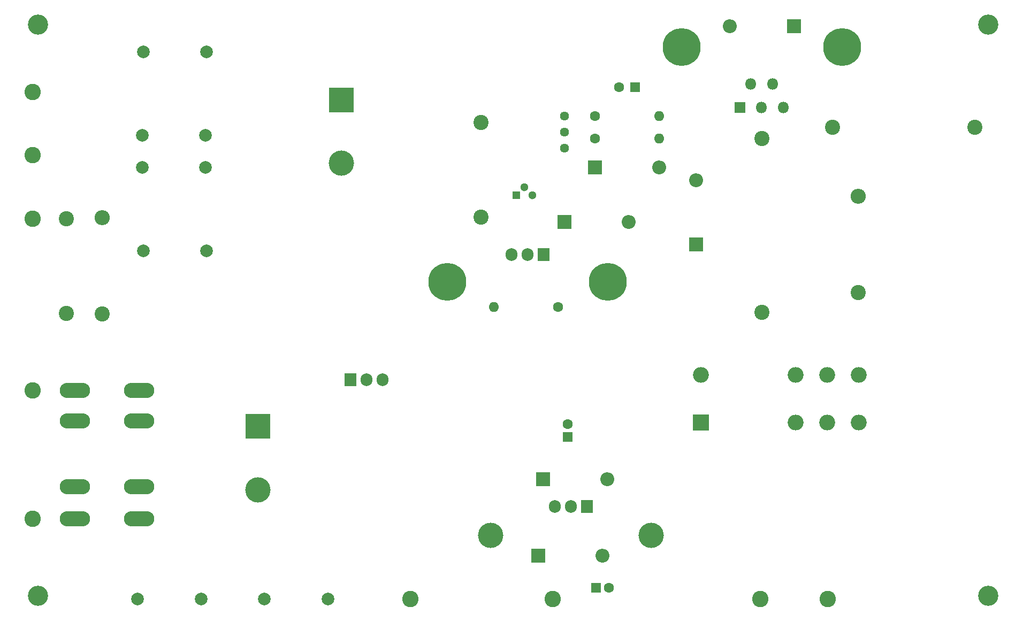
<source format=gbr>
G04 #@! TF.GenerationSoftware,KiCad,Pcbnew,(5.1.9-0-10_14)*
G04 #@! TF.CreationDate,2021-02-13T11:15:32+01:00*
G04 #@! TF.ProjectId,hv-power-supply,68762d70-6f77-4657-922d-737570706c79,rev?*
G04 #@! TF.SameCoordinates,Original*
G04 #@! TF.FileFunction,Soldermask,Bot*
G04 #@! TF.FilePolarity,Negative*
%FSLAX46Y46*%
G04 Gerber Fmt 4.6, Leading zero omitted, Abs format (unit mm)*
G04 Created by KiCad (PCBNEW (5.1.9-0-10_14)) date 2021-02-13 11:15:32*
%MOMM*%
%LPD*%
G01*
G04 APERTURE LIST*
%ADD10C,4.000000*%
%ADD11R,4.000000X4.000000*%
%ADD12O,2.400000X2.400000*%
%ADD13C,2.400000*%
%ADD14C,1.600000*%
%ADD15R,1.600000X1.600000*%
%ADD16O,1.905000X2.000000*%
%ADD17R,1.905000X2.000000*%
%ADD18O,4.800600X2.400300*%
%ADD19C,2.600000*%
%ADD20O,1.600000X1.600000*%
%ADD21O,2.200000X2.200000*%
%ADD22R,2.200000X2.200000*%
%ADD23O,1.800000X1.800000*%
%ADD24R,1.800000X1.800000*%
%ADD25C,2.000000*%
%ADD26O,2.500000X2.500000*%
%ADD27R,2.500000X2.500000*%
%ADD28C,1.440000*%
%ADD29R,1.300000X1.300000*%
%ADD30C,1.300000*%
%ADD31C,6.000000*%
%ADD32C,3.200000*%
G04 APERTURE END LIST*
D10*
X102870000Y-79342000D03*
D11*
X102870000Y-69342000D03*
D12*
X65024000Y-88011000D03*
D13*
X65024000Y-103251000D03*
D14*
X145129000Y-146558000D03*
D15*
X143129000Y-146558000D03*
D16*
X109347000Y-113665000D03*
X106807000Y-113665000D03*
D17*
X104267000Y-113665000D03*
D18*
X70866000Y-115316000D03*
X60706000Y-115316000D03*
D19*
X53975000Y-135636000D03*
X53975000Y-115316000D03*
X53975000Y-88138000D03*
X53975000Y-78105000D03*
X53975000Y-68072000D03*
D12*
X184658000Y-84582000D03*
D13*
X184658000Y-99822000D03*
D20*
X153162000Y-75438000D03*
D14*
X143002000Y-75438000D03*
D20*
X153162000Y-71882000D03*
D14*
X143002000Y-71882000D03*
D20*
X127000000Y-102108000D03*
D14*
X137160000Y-102108000D03*
D10*
X126492000Y-138303000D03*
X151892000Y-138303000D03*
D21*
X164338000Y-57658000D03*
D22*
X174498000Y-57658000D03*
D21*
X159004000Y-82042000D03*
D22*
X159004000Y-92202000D03*
D18*
X70866000Y-120142000D03*
X60706000Y-120142000D03*
X60706000Y-135636000D03*
X70866000Y-135636000D03*
X60706000Y-130556000D03*
X70866000Y-130556000D03*
D13*
X169418000Y-102938000D03*
X169418000Y-75438000D03*
D14*
X146812000Y-67310000D03*
D15*
X149312000Y-67310000D03*
D13*
X203094000Y-73660000D03*
X180594000Y-73660000D03*
D23*
X172740000Y-70502000D03*
X171040000Y-66802000D03*
X169340000Y-70502000D03*
X167640000Y-66802000D03*
D24*
X165940000Y-70502000D03*
D25*
X100711000Y-148336000D03*
X90678000Y-148336000D03*
X70612000Y-148336000D03*
X80645000Y-148336000D03*
D16*
X136652000Y-133731000D03*
X139192000Y-133731000D03*
D17*
X141732000Y-133731000D03*
D19*
X113792000Y-148336000D03*
X136271000Y-148336000D03*
D21*
X144907000Y-129413000D03*
D22*
X134747000Y-129413000D03*
D21*
X144145000Y-141478000D03*
D22*
X133985000Y-141478000D03*
D14*
X138684000Y-120682000D03*
D15*
X138684000Y-122682000D03*
D10*
X89662000Y-131031000D03*
D11*
X89662000Y-121031000D03*
D26*
X159752000Y-112896000D03*
X174752000Y-112896000D03*
X179752000Y-112896000D03*
X184752000Y-112896000D03*
X184752000Y-120396000D03*
X179752000Y-120396000D03*
X174752000Y-120396000D03*
D27*
X159752000Y-120396000D03*
D19*
X169164000Y-148336000D03*
D28*
X138176000Y-76962000D03*
X138176000Y-74422000D03*
X138176000Y-71882000D03*
D16*
X129794000Y-93853000D03*
X132334000Y-93853000D03*
D17*
X134874000Y-93853000D03*
D29*
X130556000Y-84455000D03*
D30*
X133096000Y-84455000D03*
X131826000Y-83185000D03*
D31*
X156718000Y-60960000D03*
X182118000Y-60960000D03*
X145034000Y-98171000D03*
X119634000Y-98171000D03*
D21*
X153162000Y-80010000D03*
D22*
X143002000Y-80010000D03*
D21*
X148336000Y-88646000D03*
D22*
X138176000Y-88646000D03*
D19*
X179832000Y-148336000D03*
D32*
X205232000Y-57404000D03*
X205232000Y-147828000D03*
X54864000Y-147828000D03*
X54864000Y-57404000D03*
D13*
X124968000Y-72898000D03*
X124968000Y-87898000D03*
D25*
X71374000Y-74930000D03*
X81374000Y-74930000D03*
X81534000Y-61722000D03*
X71534000Y-61722000D03*
X71501000Y-93218000D03*
X81501000Y-93218000D03*
X81374000Y-80010000D03*
X71374000Y-80010000D03*
D13*
X59309000Y-88124000D03*
X59309000Y-103124000D03*
M02*

</source>
